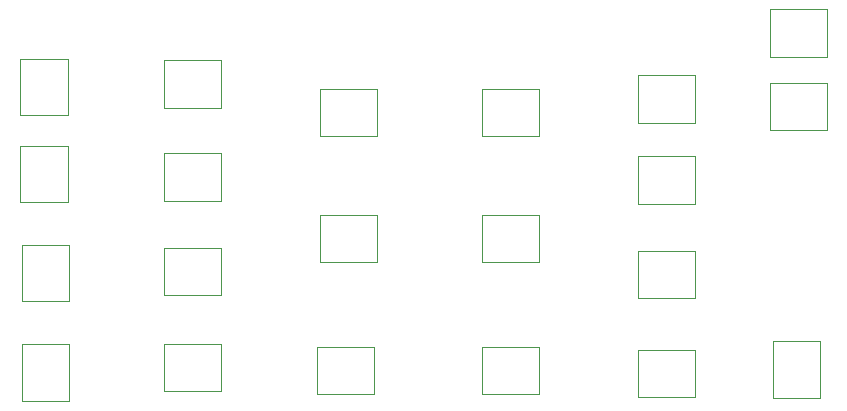
<source format=gbr>
%TF.GenerationSoftware,KiCad,Pcbnew,(6.0.8)*%
%TF.CreationDate,2023-08-07T17:47:41+10:00*%
%TF.ProjectId,REDPITAYA-BRK,52454450-4954-4415-9941-2d42524b2e6b,rev?*%
%TF.SameCoordinates,Original*%
%TF.FileFunction,Other,User*%
%FSLAX46Y46*%
G04 Gerber Fmt 4.6, Leading zero omitted, Abs format (unit mm)*
G04 Created by KiCad (PCBNEW (6.0.8)) date 2023-08-07 17:47:41*
%MOMM*%
%LPD*%
G01*
G04 APERTURE LIST*
%ADD10C,0.050000*%
G04 APERTURE END LIST*
D10*
%TO.C,ANALOG_OUT_1*%
X156070000Y-47784000D02*
X156070000Y-51784000D01*
X156070000Y-51784000D02*
X151270000Y-51784000D01*
X151270000Y-47784000D02*
X156070000Y-47784000D01*
X151270000Y-51784000D02*
X151270000Y-47784000D01*
%TO.C,+5V1*%
X102984000Y-39510000D02*
X102984000Y-44310000D01*
X102984000Y-44310000D02*
X98984000Y-44310000D01*
X98984000Y-44310000D02*
X98984000Y-39510000D01*
X98984000Y-39510000D02*
X102984000Y-39510000D01*
%TO.C,I2C_SDA1*%
X124346000Y-56718000D02*
X124346000Y-52718000D01*
X129146000Y-56718000D02*
X124346000Y-56718000D01*
X129146000Y-52718000D02*
X129146000Y-56718000D01*
X124346000Y-52718000D02*
X129146000Y-52718000D01*
%TO.C,ANALOG_IN_3*%
X156070000Y-64148000D02*
X156070000Y-68148000D01*
X151270000Y-64148000D02*
X156070000Y-64148000D01*
X156070000Y-68148000D02*
X151270000Y-68148000D01*
X151270000Y-68148000D02*
X151270000Y-64148000D01*
%TO.C,-4V1*%
X98984000Y-46876000D02*
X102984000Y-46876000D01*
X102984000Y-51676000D02*
X98984000Y-51676000D01*
X98984000Y-51676000D02*
X98984000Y-46876000D01*
X102984000Y-46876000D02*
X102984000Y-51676000D01*
%TO.C,UART_RX1*%
X115938000Y-63640000D02*
X115938000Y-67640000D01*
X111138000Y-63640000D02*
X115938000Y-63640000D01*
X111138000Y-67640000D02*
X111138000Y-63640000D01*
X115938000Y-67640000D02*
X111138000Y-67640000D01*
%TO.C,ANALOG_IN_0*%
X142862000Y-67894000D02*
X138062000Y-67894000D01*
X138062000Y-63894000D02*
X142862000Y-63894000D01*
X138062000Y-67894000D02*
X138062000Y-63894000D01*
X142862000Y-63894000D02*
X142862000Y-67894000D01*
%TO.C,UART_TX1*%
X115938000Y-55512000D02*
X115938000Y-59512000D01*
X111138000Y-59512000D02*
X111138000Y-55512000D01*
X115938000Y-59512000D02*
X111138000Y-59512000D01*
X111138000Y-55512000D02*
X115938000Y-55512000D01*
%TO.C,EXT_COM1*%
X124092000Y-67894000D02*
X124092000Y-63894000D01*
X128892000Y-67894000D02*
X124092000Y-67894000D01*
X124092000Y-63894000D02*
X128892000Y-63894000D01*
X128892000Y-63894000D02*
X128892000Y-67894000D01*
%TO.C,MOSI1*%
X99092000Y-60058000D02*
X99092000Y-55258000D01*
X99092000Y-55258000D02*
X103092000Y-55258000D01*
X103092000Y-55258000D02*
X103092000Y-60058000D01*
X103092000Y-60058000D02*
X99092000Y-60058000D01*
%TO.C,ANALOG_IN_1*%
X138062000Y-52718000D02*
X142862000Y-52718000D01*
X142862000Y-56718000D02*
X138062000Y-56718000D01*
X138062000Y-56718000D02*
X138062000Y-52718000D01*
X142862000Y-52718000D02*
X142862000Y-56718000D01*
%TO.C,ANALOG_IN_2*%
X138062000Y-42050000D02*
X142862000Y-42050000D01*
X138062000Y-46050000D02*
X138062000Y-42050000D01*
X142862000Y-42050000D02*
X142862000Y-46050000D01*
X142862000Y-46050000D02*
X138062000Y-46050000D01*
%TO.C,CLK_N1*%
X167246000Y-39338000D02*
X162446000Y-39338000D01*
X167246000Y-35338000D02*
X167246000Y-39338000D01*
X162446000Y-35338000D02*
X167246000Y-35338000D01*
X162446000Y-39338000D02*
X162446000Y-35338000D01*
%TO.C,ANALOG_OUT_2*%
X166700000Y-63435000D02*
X166700000Y-68235000D01*
X162700000Y-63435000D02*
X166700000Y-63435000D01*
X162700000Y-68235000D02*
X162700000Y-63435000D01*
X166700000Y-68235000D02*
X162700000Y-68235000D01*
%TO.C,CS1*%
X115938000Y-51530000D02*
X111138000Y-51530000D01*
X111138000Y-51530000D02*
X111138000Y-47530000D01*
X111138000Y-47530000D02*
X115938000Y-47530000D01*
X115938000Y-47530000D02*
X115938000Y-51530000D01*
%TO.C,ANALOG_OUT_0*%
X156070000Y-59766000D02*
X151270000Y-59766000D01*
X151270000Y-59766000D02*
X151270000Y-55766000D01*
X151270000Y-55766000D02*
X156070000Y-55766000D01*
X156070000Y-55766000D02*
X156070000Y-59766000D01*
%TO.C,MISO1*%
X103133000Y-63683000D02*
X103133000Y-68483000D01*
X99133000Y-68483000D02*
X99133000Y-63683000D01*
X99133000Y-63683000D02*
X103133000Y-63683000D01*
X103133000Y-68483000D02*
X99133000Y-68483000D01*
%TO.C,ANALOG_OUT_3*%
X151270000Y-44926000D02*
X151270000Y-40926000D01*
X156070000Y-44926000D02*
X151270000Y-44926000D01*
X151270000Y-40926000D02*
X156070000Y-40926000D01*
X156070000Y-40926000D02*
X156070000Y-44926000D01*
%TO.C,CLK_P1*%
X162446000Y-45542000D02*
X162446000Y-41542000D01*
X162446000Y-41542000D02*
X167246000Y-41542000D01*
X167246000Y-45542000D02*
X162446000Y-45542000D01*
X167246000Y-41542000D02*
X167246000Y-45542000D01*
%TO.C,SCLK1*%
X111138000Y-43656000D02*
X111138000Y-39656000D01*
X111138000Y-39656000D02*
X115938000Y-39656000D01*
X115938000Y-39656000D02*
X115938000Y-43656000D01*
X115938000Y-43656000D02*
X111138000Y-43656000D01*
%TO.C,I2C_SCL1*%
X124346000Y-46050000D02*
X124346000Y-42050000D01*
X129146000Y-46050000D02*
X124346000Y-46050000D01*
X124346000Y-42050000D02*
X129146000Y-42050000D01*
X129146000Y-42050000D02*
X129146000Y-46050000D01*
%TD*%
M02*

</source>
